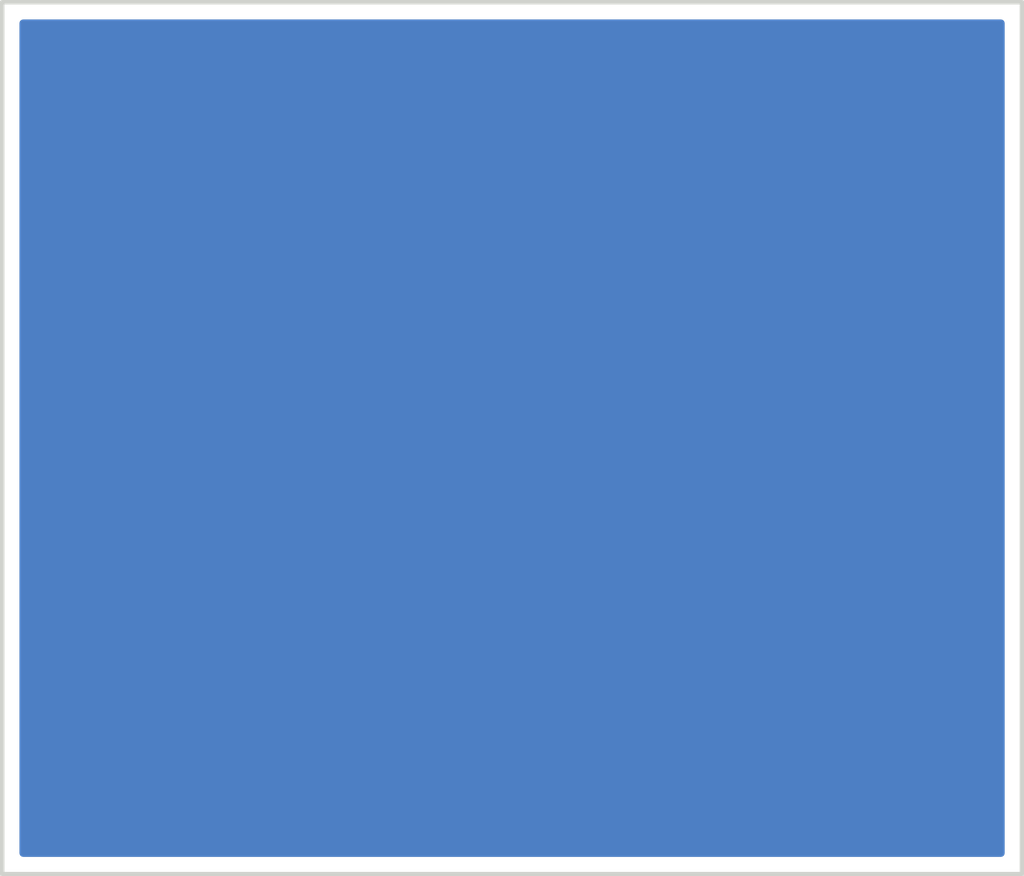
<source format=kicad_pcb>
(kicad_pcb (version 20200104) (host pcbnew "(5.99.0-879-ga0698723b)")

  (general
    (thickness 1)
    (drawings 8)
    (tracks 0)
    (modules 0)
    (nets 1)
  )

  (page "A4")
  (layers
    (0 "F.Cu" signal)
    (31 "B.Cu" signal)
    (32 "B.Adhes" user)
    (33 "F.Adhes" user)
    (34 "B.Paste" user)
    (35 "F.Paste" user)
    (36 "B.SilkS" user)
    (37 "F.SilkS" user)
    (38 "B.Mask" user)
    (39 "F.Mask" user)
    (40 "Dwgs.User" user)
    (41 "Cmts.User" user)
    (42 "Eco1.User" user)
    (43 "Eco2.User" user)
    (44 "Edge.Cuts" user)
    (45 "Margin" user)
    (46 "B.CrtYd" user)
    (47 "F.CrtYd" user)
    (48 "B.Fab" user)
    (49 "F.Fab" user)
  )

  (setup
    (last_trace_width 0.25)
    (trace_clearance 0.2)
    (zone_clearance 0.508)
    (zone_45_only yes)
    (trace_min 0.2)
    (via_size 0.6)
    (via_drill 0.4)
    (via_min_size 0.4)
    (via_min_drill 0.3)
    (uvia_size 0.3)
    (uvia_drill 0.1)
    (uvias_allowed no)
    (uvia_min_size 0.2)
    (uvia_min_drill 0.1)
    (max_error 0.005)
    (defaults
      (edge_clearance 0.01)
      (edge_cuts_line_width 0.15)
      (courtyard_line_width 0.05)
      (copper_line_width 0.2)
      (copper_text_dims (size 1.5 1.5) (thickness 0.3))
      (silk_line_width 0.15)
      (silk_text_dims (size 1 1) (thickness 0.15))
      (other_layers_line_width 0.1)
      (other_layers_text_dims (size 1 1) (thickness 0.15))
      (dimension_units 0)
      (dimension_precision 1)
    )
    (pad_size 1.524 1.524)
    (pad_drill 0.762)
    (pad_to_mask_clearance 0.2)
    (aux_axis_origin 61.5 94.5)
    (grid_origin 61.5 94.5)
    (visible_elements 7FFFFFFF)
    (pcbplotparams
      (layerselection 0x00030_ffffffff)
      (usegerberextensions false)
      (usegerberattributes false)
      (usegerberadvancedattributes false)
      (creategerberjobfile false)
      (excludeedgelayer true)
      (linewidth 0.150000)
      (plotframeref false)
      (viasonmask false)
      (mode 1)
      (useauxorigin false)
      (hpglpennumber 1)
      (hpglpenspeed 20)
      (hpglpendiameter 15.000000)
      (psnegative false)
      (psa4output false)
      (plotreference true)
      (plotvalue true)
      (plotinvisibletext false)
      (padsonsilk false)
      (subtractmaskfromsilk false)
      (outputformat 1)
      (mirror false)
      (drillshape 1)
      (scaleselection 1)
      (outputdirectory "")
    )
  )

  (net 0 "")

  (net_class "Default" "This is the default net class."
    (clearance 0.2)
    (trace_width 0.25)
    (via_dia 0.6)
    (via_drill 0.4)
    (uvia_dia 0.3)
    (uvia_drill 0.1)
  )

  (gr_line (start 61.5 124) (end 61.5 94.5) (layer "Edge.Cuts") (width 0.15))
  (gr_line (start 96 124) (end 61.5 124) (layer "Edge.Cuts") (width 0.15))
  (gr_line (start 96 94.5) (end 96 124) (layer "Edge.Cuts") (width 0.15))
  (gr_line (start 61.5 94.5) (end 96 94.5) (layer "Edge.Cuts") (width 0.15))
  (gr_line (start 89.25 119.7) (end 68.25 119.7) (layer "Dwgs.User") (width 0.2) (tstamp 5A1355B5))
  (gr_line (start 68.25 119.7) (end 68.25 98.7) (layer "Dwgs.User") (width 0.2) (tstamp 5A1355B1))
  (gr_line (start 89.25 119.7) (end 89.25 98.7) (layer "Dwgs.User") (width 0.2) (tstamp 5A1355B0))
  (gr_line (start 68.25 98.7) (end 89.25 98.7) (layer "Dwgs.User") (width 0.2))

  (zone (net 0) (net_name "") (layer "B.Cu") (tstamp 5A1345BF) (hatch edge 0.508)
    (connect_pads yes (clearance 0.508))
    (min_thickness 0.254)
    (fill yes (thermal_gap 0.508) (thermal_bridge_width 0.508))
    (polygon
      (pts
        (xy 61.5 94.5) (xy 96 94.5) (xy 96 124) (xy 61.5 124)
      )
    )
    (filled_polygon
      (pts
        (xy 95.29 123.29) (xy 62.21 123.29) (xy 62.21 95.21) (xy 95.29 95.21)
      )
    )
  )
  (zone (net 0) (net_name "") (layer "F.Cu") (tstamp 0) (hatch edge 0.508)
    (connect_pads yes (clearance 0.508))
    (min_thickness 0.2)
    (fill yes (thermal_gap 0.508) (thermal_bridge_width 0.508))
    (polygon
      (pts
        (xy 88.3 119.7) (xy 90.2 119.7) (xy 90.2 98.7) (xy 88.3 98.7)
      )
    )
    (filled_polygon
      (pts
        (xy 90.1 119.6) (xy 88.4 119.6) (xy 88.4 98.8) (xy 90.1 98.8)
      )
    )
  )
  (zone (net 0) (net_name "") (layer "F.Cu") (tstamp 5A1354FE) (hatch edge 0.508)
    (connect_pads yes (clearance 0.508))
    (min_thickness 0.2)
    (fill yes (thermal_gap 0.508) (thermal_bridge_width 0.508))
    (polygon
      (pts
        (xy 68.25 97.05) (xy 68.25 100.35) (xy 89.25 100.35) (xy 89.25 97.05)
      )
    )
    (filled_polygon
      (pts
        (xy 89.15 100.25) (xy 68.35 100.25) (xy 68.35 97.15) (xy 89.15 97.15)
      )
    )
  )
  (zone (net 0) (net_name "") (layer "F.Cu") (tstamp 5A13550B) (hatch edge 0.508)
    (connect_pads yes (clearance 0.508))
    (min_thickness 0.2)
    (fill yes (thermal_gap 0.508) (thermal_bridge_width 0.508))
    (polygon
      (pts
        (xy 67.3 119.7) (xy 69.2 119.7) (xy 69.2 98.7) (xy 67.3 98.7)
      )
    )
    (filled_polygon
      (pts
        (xy 69.1 119.6) (xy 67.4 119.6) (xy 67.4 98.8) (xy 69.1 98.8)
      )
    )
  )
  (zone (net 0) (net_name "") (layer "F.Cu") (tstamp 5A135514) (hatch edge 0.508)
    (connect_pads yes (clearance 0.508))
    (min_thickness 0.2)
    (fill yes (thermal_gap 0.508) (thermal_bridge_width 0.508))
    (polygon
      (pts
        (xy 68.25 118.05) (xy 68.25 121.35) (xy 89.25 121.35) (xy 89.25 118.05)
      )
    )
    (filled_polygon
      (pts
        (xy 89.15 121.25) (xy 68.35 121.25) (xy 68.35 118.15) (xy 89.15 118.15)
      )
    )
  )
  (zone (net 0) (net_name "") (layer "F.Cu") (tstamp 5A135544) (hatch edge 0.508)
    (connect_pads yes (clearance 0.508))
    (min_thickness 0.2)
    (fill yes (thermal_gap 0.508) (thermal_bridge_width 0.508))
    (polygon
      (pts
        (xy 63.25 99.45) (xy 68.25 99.45) (xy 68.25 97.95) (xy 63.25 97.95)
      )
    )
    (filled_polygon
      (pts
        (xy 68.15 99.35) (xy 63.35 99.35) (xy 63.35 98.05) (xy 68.15 98.05)
      )
    )
  )
  (zone (net 0) (net_name "") (layer "F.Cu") (tstamp 5A135565) (hatch edge 0.508)
    (connect_pads yes (clearance 0.508))
    (min_thickness 0.2)
    (fill yes (thermal_gap 0.508) (thermal_bridge_width 0.508))
    (polygon
      (pts
        (xy 63.25 120.45) (xy 68.25 120.45) (xy 68.25 118.95) (xy 63.25 118.95)
      )
    )
    (filled_polygon
      (pts
        (xy 68.15 120.35) (xy 63.35 120.35) (xy 63.35 119.05) (xy 68.15 119.05)
      )
    )
  )
  (zone (net 0) (net_name "") (layer "F.Cu") (tstamp 5A135567) (hatch edge 0.508)
    (connect_pads yes (clearance 0.508))
    (min_thickness 0.2)
    (fill yes (thermal_gap 0.508) (thermal_bridge_width 0.508))
    (polygon
      (pts
        (xy 89.25 120.45) (xy 94.25 120.45) (xy 94.25 118.95) (xy 89.25 118.95)
      )
    )
    (filled_polygon
      (pts
        (xy 94.15 120.35) (xy 89.35 120.35) (xy 89.35 119.05) (xy 94.15 119.05)
      )
    )
  )
  (zone (net 0) (net_name "") (layer "F.Cu") (tstamp 5A135569) (hatch edge 0.508)
    (connect_pads yes (clearance 0.508))
    (min_thickness 0.2)
    (fill yes (thermal_gap 0.508) (thermal_bridge_width 0.508))
    (polygon
      (pts
        (xy 89.25 99.45) (xy 94.25 99.45) (xy 94.25 97.95) (xy 89.25 97.95)
      )
    )
    (filled_polygon
      (pts
        (xy 94.15 99.35) (xy 89.35 99.35) (xy 89.35 98.05) (xy 94.15 98.05)
      )
    )
  )
)

</source>
